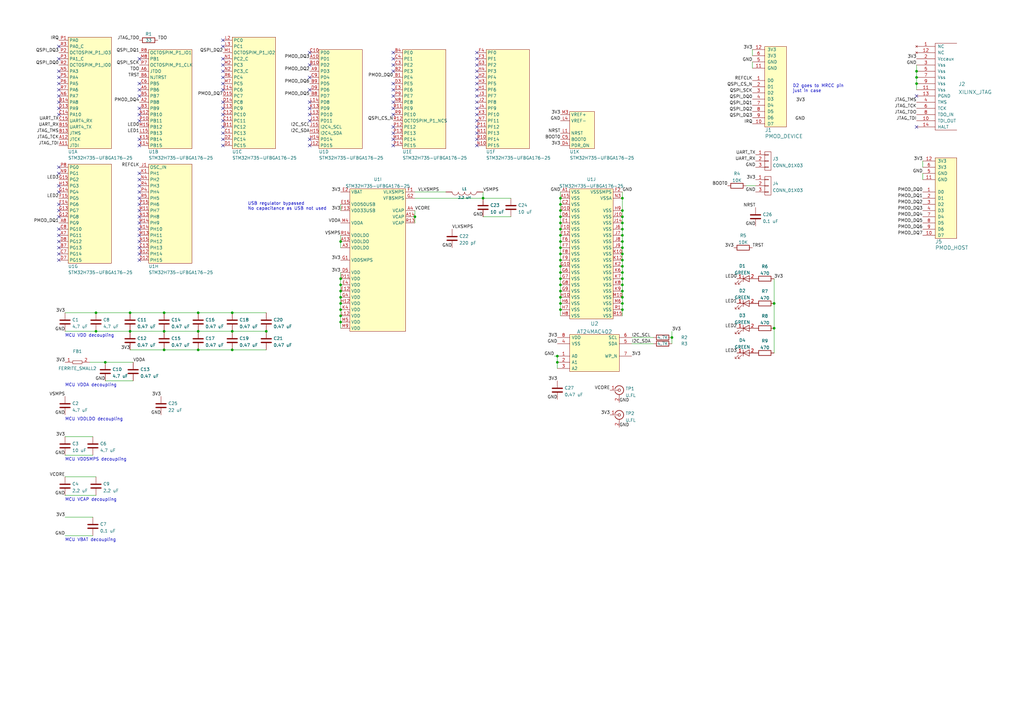
<source format=kicad_sch>
(kicad_sch (version 20211123) (generator eeschema)
  (paper "A3")
  (title_block (title "MCU PMOD") (date "2022-05-31") (rev "0.1") (company "Antikernel Labs") (comment 1 "Andrew D. Zonenberg"))
  (junction (at 139.7 124.46))
  (junction (at 198.12 81.28))
  (junction (at 255.27 86.36))
  (junction (at 255.27 114.3))
  (junction (at 170.18 88.9))
  (junction (at 255.27 111.76))
  (junction (at 229.87 127))
  (junction (at 229.87 119.38))
  (junction (at 67.31 143.51))
  (junction (at 229.87 99.06))
  (junction (at 139.7 121.92))
  (junction (at 139.7 119.38))
  (junction (at 139.7 132.08))
  (junction (at 95.25 128.27))
  (junction (at 228.6 148.59))
  (junction (at 229.87 83.82))
  (junction (at 255.27 109.22))
  (junction (at 95.25 135.89))
  (junction (at 81.28 135.89))
  (junction (at 255.27 99.06))
  (junction (at 255.27 106.68))
  (junction (at 229.87 109.22))
  (junction (at 139.7 127))
  (junction (at 229.87 106.68))
  (junction (at 375.92 34.29))
  (junction (at 255.27 96.52))
  (junction (at 229.87 124.46))
  (junction (at 255.27 101.6))
  (junction (at 53.34 135.89))
  (junction (at 39.37 128.27))
  (junction (at 229.87 88.9))
  (junction (at 229.87 121.92))
  (junction (at 53.34 128.27))
  (junction (at 255.27 91.44))
  (junction (at 109.22 135.89))
  (junction (at 255.27 104.14))
  (junction (at 67.31 135.89))
  (junction (at 255.27 88.9))
  (junction (at 229.87 111.76))
  (junction (at 255.27 121.92))
  (junction (at 229.87 93.98))
  (junction (at 95.25 143.51))
  (junction (at 255.27 119.38))
  (junction (at 81.28 143.51))
  (junction (at 255.27 127))
  (junction (at 255.27 93.98))
  (junction (at 139.7 114.3))
  (junction (at 139.7 129.54))
  (junction (at 317.5 134.62))
  (junction (at 229.87 104.14))
  (junction (at 255.27 81.28))
  (junction (at 67.31 128.27))
  (junction (at 275.59 138.43))
  (junction (at 229.87 101.6))
  (junction (at 375.92 31.75))
  (junction (at 255.27 116.84))
  (junction (at 255.27 124.46))
  (junction (at 229.87 96.52))
  (junction (at 229.87 81.28))
  (junction (at 229.87 86.36))
  (junction (at 139.7 116.84))
  (junction (at 229.87 114.3))
  (junction (at 81.28 128.27))
  (junction (at 228.6 146.05))
  (junction (at 375.92 29.21))
  (junction (at 229.87 91.44))
  (junction (at 43.18 148.59))
  (junction (at 317.5 124.46))
  (junction (at 39.37 135.89))
  (junction (at 229.87 116.84))
  (junction (at 139.7 99.06))
  (no_connect (at 195.58 36.83))
  (no_connect (at 57.15 36.83))
  (no_connect (at 375.92 52.07))
  (no_connect (at 127 41.91))
  (no_connect (at 375.92 39.37))
  (no_connect (at 195.58 59.69))
  (no_connect (at 195.58 57.15))
  (no_connect (at 195.58 54.61))
  (no_connect (at 195.58 26.67))
  (no_connect (at 195.58 24.13))
  (no_connect (at 195.58 52.07))
  (no_connect (at 195.58 49.53))
  (no_connect (at 195.58 46.99))
  (no_connect (at 195.58 44.45))
  (no_connect (at 195.58 41.91))
  (no_connect (at 195.58 39.37))
  (no_connect (at 195.58 29.21))
  (no_connect (at 195.58 34.29))
  (no_connect (at 195.58 31.75))
  (no_connect (at 57.15 86.36))
  (no_connect (at 91.44 31.75))
  (no_connect (at 161.29 41.91))
  (no_connect (at 161.29 44.45))
  (no_connect (at 161.29 46.99))
  (no_connect (at 161.29 52.07))
  (no_connect (at 161.29 59.69))
  (no_connect (at 161.29 54.61))
  (no_connect (at 161.29 57.15))
  (no_connect (at 195.58 21.59))
  (no_connect (at 161.29 29.21))
  (no_connect (at 161.29 39.37))
  (no_connect (at 161.29 34.29))
  (no_connect (at 161.29 36.83))
  (no_connect (at 161.29 21.59))
  (no_connect (at 161.29 24.13))
  (no_connect (at 161.29 26.67))
  (no_connect (at 91.44 54.61))
  (no_connect (at 24.13 86.36))
  (no_connect (at 24.13 88.9))
  (no_connect (at 57.15 59.69))
  (no_connect (at 91.44 59.69))
  (no_connect (at 57.15 24.13))
  (no_connect (at 91.44 57.15))
  (no_connect (at 91.44 46.99))
  (no_connect (at 91.44 49.53))
  (no_connect (at 57.15 57.15))
  (no_connect (at 91.44 44.45))
  (no_connect (at 91.44 41.91))
  (no_connect (at 91.44 36.83))
  (no_connect (at 57.15 46.99))
  (no_connect (at 57.15 49.53))
  (no_connect (at 57.15 34.29))
  (no_connect (at 57.15 39.37))
  (no_connect (at 91.44 34.29))
  (no_connect (at 127 26.67))
  (no_connect (at 91.44 52.07))
  (no_connect (at 24.13 29.21))
  (no_connect (at 24.13 31.75))
  (no_connect (at 24.13 34.29))
  (no_connect (at 24.13 19.05))
  (no_connect (at 24.13 101.6))
  (no_connect (at 24.13 104.14))
  (no_connect (at 24.13 106.68))
  (no_connect (at 57.15 71.12))
  (no_connect (at 57.15 73.66))
  (no_connect (at 57.15 76.2))
  (no_connect (at 57.15 78.74))
  (no_connect (at 57.15 81.28))
  (no_connect (at 57.15 83.82))
  (no_connect (at 57.15 106.68))
  (no_connect (at 57.15 104.14))
  (no_connect (at 57.15 101.6))
  (no_connect (at 57.15 99.06))
  (no_connect (at 57.15 96.52))
  (no_connect (at 57.15 93.98))
  (no_connect (at 57.15 91.44))
  (no_connect (at 57.15 88.9))
  (no_connect (at 24.13 99.06))
  (no_connect (at 24.13 68.58))
  (no_connect (at 24.13 71.12))
  (no_connect (at 24.13 76.2))
  (no_connect (at 24.13 78.74))
  (no_connect (at 24.13 83.82))
  (no_connect (at 91.44 16.51))
  (no_connect (at 91.44 19.05))
  (no_connect (at 127 21.59))
  (no_connect (at 127 31.75))
  (no_connect (at 127 36.83))
  (no_connect (at 127 44.45))
  (no_connect (at 127 46.99))
  (no_connect (at 127 49.53))
  (no_connect (at 127 57.15))
  (no_connect (at 127 59.69))
  (no_connect (at 24.13 24.13))
  (no_connect (at 24.13 39.37))
  (no_connect (at 24.13 46.99))
  (no_connect (at 24.13 44.45))
  (no_connect (at 24.13 41.91))
  (no_connect (at 24.13 36.83))
  (no_connect (at 24.13 96.52))
  (no_connect (at 57.15 44.45))
  (no_connect (at 91.44 29.21))
  (no_connect (at 91.44 26.67))
  (no_connect (at 91.44 24.13))
  (no_connect (at 24.13 93.98))
  (wire (pts (xy 255.27 106.68) (xy 255.27 109.22)))
  (wire (pts (xy 229.87 104.14) (xy 229.87 106.68)))
  (wire (pts (xy 26.67 212.09) (xy 38.1 212.09)))
  (wire (pts (xy 229.87 93.98) (xy 229.87 96.52)))
  (wire (pts (xy 255.27 81.28) (xy 255.27 86.36)))
  (wire (pts (xy 255.27 91.44) (xy 255.27 93.98)))
  (wire (pts (xy 26.67 195.58) (xy 39.37 195.58)))
  (wire (pts (xy 229.87 127) (xy 229.87 129.54)))
  (wire (pts (xy 255.27 114.3) (xy 255.27 116.84)))
  (wire (pts (xy 36.83 148.59) (xy 43.18 148.59)))
  (wire (pts (xy 255.27 86.36) (xy 255.27 88.9)))
  (wire (pts (xy 139.7 119.38) (xy 139.7 121.92)))
  (wire (pts (xy 170.18 81.28) (xy 198.12 81.28)))
  (wire (pts (xy 229.87 109.22) (xy 229.87 111.76)))
  (wire (pts (xy 229.87 124.46) (xy 229.87 127)))
  (wire (pts (xy 53.34 128.27) (xy 67.31 128.27)))
  (wire (pts (xy 139.7 132.08) (xy 139.7 134.62)))
  (wire (pts (xy 229.87 96.52) (xy 229.87 99.06)))
  (wire (pts (xy 275.59 135.89) (xy 275.59 138.43)))
  (wire (pts (xy 228.6 148.59) (xy 228.6 151.13)))
  (wire (pts (xy 375.92 26.67) (xy 375.92 29.21)))
  (wire (pts (xy 67.31 128.27) (xy 81.28 128.27)))
  (wire (pts (xy 67.31 143.51) (xy 81.28 143.51)))
  (wire (pts (xy 26.67 128.27) (xy 39.37 128.27)))
  (wire (pts (xy 255.27 104.14) (xy 255.27 106.68)))
  (wire (pts (xy 139.7 111.76) (xy 139.7 114.3)))
  (wire (pts (xy 198.12 88.9) (xy 209.55 88.9)))
  (wire (pts (xy 229.87 88.9) (xy 229.87 91.44)))
  (wire (pts (xy 229.87 86.36) (xy 229.87 88.9)))
  (wire (pts (xy 26.67 219.71) (xy 38.1 219.71)))
  (wire (pts (xy 198.12 81.28) (xy 209.55 81.28)))
  (wire (pts (xy 229.87 101.6) (xy 229.87 104.14)))
  (wire (pts (xy 26.67 179.07) (xy 38.1 179.07)))
  (wire (pts (xy 39.37 128.27) (xy 53.34 128.27)))
  (wire (pts (xy 43.18 148.59) (xy 54.61 148.59)))
  (wire (pts (xy 43.18 156.21) (xy 54.61 156.21)))
  (wire (pts (xy 81.28 143.51) (xy 95.25 143.51)))
  (wire (pts (xy 255.27 121.92) (xy 255.27 124.46)))
  (wire (pts (xy 375.92 34.29) (xy 375.92 36.83)))
  (wire (pts (xy 275.59 138.43) (xy 275.59 140.97)))
  (wire (pts (xy 308.61 25.4) (xy 308.61 27.94)))
  (wire (pts (xy 255.27 88.9) (xy 255.27 91.44)))
  (wire (pts (xy 378.46 66.04) (xy 378.46 68.58)))
  (wire (pts (xy 229.87 119.38) (xy 229.87 121.92)))
  (wire (pts (xy 26.67 186.69) (xy 38.1 186.69)))
  (wire (pts (xy 139.7 114.3) (xy 139.7 116.84)))
  (wire (pts (xy 375.92 29.21) (xy 375.92 31.75)))
  (wire (pts (xy 26.67 203.2) (xy 39.37 203.2)))
  (wire (pts (xy 26.67 135.89) (xy 39.37 135.89)))
  (wire (pts (xy 229.87 114.3) (xy 229.87 116.84)))
  (wire (pts (xy 53.34 143.51) (xy 67.31 143.51)))
  (wire (pts (xy 139.7 96.52) (xy 139.7 99.06)))
  (wire (pts (xy 255.27 93.98) (xy 255.27 96.52)))
  (wire (pts (xy 229.87 121.92) (xy 229.87 124.46)))
  (wire (pts (xy 255.27 127) (xy 255.27 129.54)))
  (wire (pts (xy 227.33 146.05) (xy 228.6 146.05)))
  (wire (pts (xy 229.87 116.84) (xy 229.87 119.38)))
  (wire (pts (xy 255.27 101.6) (xy 255.27 104.14)))
  (wire (pts (xy 53.34 135.89) (xy 67.31 135.89)))
  (wire (pts (xy 229.87 83.82) (xy 229.87 86.36)))
  (wire (pts (xy 95.25 135.89) (xy 109.22 135.89)))
  (wire (pts (xy 228.6 146.05) (xy 228.6 148.59)))
  (wire (pts (xy 170.18 86.36) (xy 170.18 88.9)))
  (wire (pts (xy 81.28 135.89) (xy 95.25 135.89)))
  (wire (pts (xy 229.87 111.76) (xy 229.87 114.3)))
  (wire (pts (xy 255.27 109.22) (xy 255.27 111.76)))
  (wire (pts (xy 317.5 114.3) (xy 317.5 124.46)))
  (wire (pts (xy 139.7 129.54) (xy 139.7 132.08)))
  (wire (pts (xy 255.27 119.38) (xy 255.27 121.92)))
  (wire (pts (xy 255.27 99.06) (xy 255.27 101.6)))
  (wire (pts (xy 139.7 83.82) (xy 139.7 86.36)))
  (wire (pts (xy 259.08 140.97) (xy 267.97 140.97)))
  (wire (pts (xy 255.27 78.74) (xy 255.27 81.28)))
  (wire (pts (xy 317.5 124.46) (xy 317.5 134.62)))
  (wire (pts (xy 81.28 128.27) (xy 95.25 128.27)))
  (wire (pts (xy 306.07 76.2) (xy 309.88 76.2)))
  (wire (pts (xy 229.87 99.06) (xy 229.87 101.6)))
  (wire (pts (xy 139.7 127) (xy 139.7 129.54)))
  (wire (pts (xy 259.08 138.43) (xy 267.97 138.43)))
  (wire (pts (xy 255.27 116.84) (xy 255.27 119.38)))
  (wire (pts (xy 308.61 20.32) (xy 308.61 22.86)))
  (wire (pts (xy 255.27 96.52) (xy 255.27 99.06)))
  (wire (pts (xy 95.25 143.51) (xy 109.22 143.51)))
  (wire (pts (xy 255.27 111.76) (xy 255.27 114.3)))
  (wire (pts (xy 255.27 124.46) (xy 255.27 127)))
  (wire (pts (xy 139.7 121.92) (xy 139.7 124.46)))
  (wire (pts (xy 95.25 128.27) (xy 109.22 128.27)))
  (wire (pts (xy 229.87 81.28) (xy 229.87 83.82)))
  (wire (pts (xy 139.7 99.06) (xy 139.7 101.6)))
  (wire (pts (xy 198.12 81.28) (xy 198.12 78.74)))
  (wire (pts (xy 375.92 31.75) (xy 375.92 34.29)))
  (wire (pts (xy 317.5 134.62) (xy 317.5 144.78)))
  (wire (pts (xy 170.18 88.9) (xy 170.18 91.44)))
  (wire (pts (xy 39.37 135.89) (xy 53.34 135.89)))
  (wire (pts (xy 67.31 135.89) (xy 81.28 135.89)))
  (wire (pts (xy 229.87 106.68) (xy 229.87 109.22)))
  (wire (pts (xy 229.87 91.44) (xy 229.87 93.98)))
  (wire (pts (xy 139.7 116.84) (xy 139.7 119.38)))
  (wire (pts (xy 170.18 78.74) (xy 182.88 78.74)))
  (wire (pts (xy 378.46 71.12) (xy 378.46 73.66)))
  (wire (pts (xy 229.87 78.74) (xy 229.87 81.28)))
  (wire (pts (xy 139.7 124.46) (xy 139.7 127)))
  (text "MCU VDDA decoupling" (at 26.67 158.75 0) (effects (font (size 1.27 1.27)) (justify left bottom)))
  (text "D2 goes to MRCC pin\njust in case" (at 325.12 38.1 0) (effects (font (size 1.27 1.27)) (justify left bottom)))
  (text "USB regulator bypassed\nNo capacitance as USB not used" (at 101.6 86.36 0) (effects (font (size 1.27 1.27)) (justify left bottom)))
  (text "MCU VDDSMPS decoupling" (at 26.67 189.23 0) (effects (font (size 1.27 1.27)) (justify left bottom)))
  (text "MCU VCAP decoupling" (at 26.67 205.74 0) (effects (font (size 1.27 1.27)) (justify left bottom)))
  (text "MCU VDD decoupling" (at 26.67 138.43 0) (effects (font (size 1.27 1.27)) (justify left bottom)))
  (text "MCU VDDLDO decoupling" (at 26.67 172.72 0) (effects (font (size 1.27 1.27)) (justify left bottom)))
  (text "MCU VBAT decoupling" (at 26.67 222.25 0) (effects (font (size 1.27 1.27)) (justify left bottom)))
  (label "JTAG_TDI" (at 24.13 59.69 180))
  (label "REFCLK" (at 57.15 68.58 180))
  (label "VCORE" (at 250.19 160.02 180))
  (label "PMOD_DQ0" (at 378.46 78.74 180))
  (label "3V3" (at 317.5 114.3 0))
  (label "UART_TX" (at 309.88 63.5 180))
  (label "3V3" (at 139.7 86.36 180))
  (label "LED0" (at 302.26 114.3 180))
  (label "GND" (at 26.67 186.69 180))
  (label "QSPI_DQ0" (at 308.61 40.64 180))
  (label "LED0" (at 57.15 52.07 180))
  (label "GND" (at 229.87 78.74 180))
  (label "QSPI_DQ0" (at 24.13 26.67 180))
  (label "QSPI_DQ3" (at 308.61 48.26 180))
  (label "GND" (at 26.67 170.18 180))
  (label "3V3" (at 275.59 135.89 0))
  (label "TDO" (at 64.77 16.51 0))
  (label "JTAG_TDO" (at 375.92 46.99 180))
  (label "GND" (at 254 175.26 0))
  (label "GND" (at 43.18 156.21 180))
  (label "I2C_SCL" (at 127 52.07 180))
  (label "VSMPS" (at 26.67 162.56 180))
  (label "PMOD_DQ4" (at 57.15 41.91 180))
  (label "NRST" (at 229.87 54.61 180))
  (label "UART_RX" (at 309.88 66.04 180))
  (label "QSPI_SCK" (at 57.15 26.67 180))
  (label "GND" (at 309.88 68.58 180))
  (label "GND" (at 308.61 25.4 180))
  (label "3V3" (at 66.04 162.56 180))
  (label "TRST" (at 308.61 101.6 0))
  (label "QSPI_DQ1" (at 308.61 43.18 180))
  (label "VDDA" (at 54.61 148.59 0))
  (label "GND" (at 185.42 101.6 180))
  (label "VDDA" (at 139.7 91.44 180))
  (label "IRQ" (at 24.13 16.51 180))
  (label "GND" (at 227.33 146.05 180))
  (label "QSPI_DQ2" (at 91.44 21.59 180))
  (label "GND" (at 228.6 163.83 180))
  (label "3V3" (at 309.88 73.66 180))
  (label "GND" (at 66.04 170.18 180))
  (label "3V3" (at 26.67 179.07 180))
  (label "GND" (at 228.6 140.97 180))
  (label "3V3" (at 259.08 146.05 0))
  (label "3V3" (at 250.19 170.18 180))
  (label "UART_RX" (at 24.13 52.07 180))
  (label "LED2" (at 302.26 134.62 180))
  (label "LED2" (at 24.13 81.28 180))
  (label "3V3" (at 229.87 59.69 180))
  (label "QSPI_SCK" (at 308.61 38.1 180))
  (label "GND" (at 330.2 49.53 180))
  (label "PMOD_DQ6" (at 127 34.29 180))
  (label "QSPI_CS_N" (at 308.61 35.56 180))
  (label "VCORE" (at 170.18 86.36 0))
  (label "GND" (at 26.67 135.89 180))
  (label "JTAG_TCK" (at 24.13 57.15 180))
  (label "3V3" (at 228.6 156.21 180))
  (label "IRQ" (at 308.61 50.8 180))
  (label "VLXSMPS" (at 171.45 78.74 0))
  (label "VSMPS" (at 139.7 96.52 180))
  (label "QSPI_DQ1" (at 57.15 21.59 180))
  (label "3V3" (at 53.34 143.51 180))
  (label "JTAG_TMS" (at 375.92 41.91 180))
  (label "JTAG_TDI" (at 375.92 49.53 180))
  (label "3V3" (at 139.7 111.76 180))
  (label "GND" (at 309.88 78.74 180))
  (label "GND" (at 309.88 92.71 180))
  (label "LED1" (at 302.26 124.46 180))
  (label "3V3" (at 26.67 212.09 180))
  (label "BOOT0" (at 298.45 76.2 180))
  (label "VCORE" (at 26.67 195.58 180))
  (label "JTAG_TCK" (at 375.92 44.45 180))
  (label "QSPI_CS_N" (at 161.29 49.53 180))
  (label "GND" (at 26.67 219.71 180))
  (label "PMOD_DQ7" (at 91.44 39.37 180))
  (label "I2C_SDA" (at 127 54.61 180))
  (label "PMOD_DQ2" (at 127 29.21 180))
  (label "PMOD_DQ6" (at 378.46 93.98 180))
  (label "UART_TX" (at 24.13 49.53 180))
  (label "3V3" (at 330.2 41.91 180))
  (label "PMOD_DQ0" (at 161.29 31.75 180))
  (label "BOOT0" (at 229.87 57.15 180))
  (label "PMOD_DQ2" (at 378.46 83.82 180))
  (label "3V3" (at 139.7 78.74 180))
  (label "LED1" (at 57.15 54.61 180))
  (label "GND" (at 378.46 71.12 180))
  (label "PMOD_DQ1" (at 24.13 91.44 180))
  (label "GND" (at 229.87 49.53 180))
  (label "JTAG_TMS" (at 24.13 54.61 180))
  (label "3V3" (at 375.92 24.13 180))
  (label "PMOD_DQ5" (at 127 39.37 180))
  (label "GND" (at 26.67 203.2 180))
  (label "PMOD_DQ5" (at 378.46 91.44 180))
  (label "TDO" (at 57.15 29.21 180))
  (label "VLXSMPS" (at 185.42 93.98 0))
  (label "REFCLK" (at 308.61 33.02 180))
  (label "GND" (at 254 165.1 0))
  (label "3V3" (at 139.7 106.68 180))
  (label "3V3" (at 378.46 66.04 180))
  (label "3V3" (at 300.99 101.6 180))
  (label "VSMPS" (at 198.12 78.74 0))
  (label "GND" (at 375.92 26.67 180))
  (label "TRST" (at 57.15 31.75 180))
  (label "3V3" (at 229.87 46.99 180))
  (label "3V3" (at 26.67 148.59 180))
  (label "PMOD_DQ4" (at 378.46 88.9 180))
  (label "3V3" (at 26.67 128.27 180))
  (label "I2C_SDA" (at 259.08 140.97 0))
  (label "PMOD_DQ3" (at 127 24.13 180))
  (label "PMOD_DQ7" (at 378.46 96.52 180))
  (label "LED3" (at 302.26 144.78 180))
  (label "QSPI_DQ3" (at 24.13 21.59 180))
  (label "3V3" (at 228.6 138.43 180))
  (label "3V3" (at 308.61 20.32 180))
  (label "PMOD_DQ3" (at 378.46 86.36 180))
  (label "I2C_SCL" (at 259.08 138.43 0))
  (label "JTAG_TDO" (at 57.15 16.51 180))
  (label "QSPI_DQ2" (at 308.61 45.72 180))
  (label "GND" (at 198.12 88.9 180))
  (label "NRST" (at 309.88 85.09 180))
  (label "LED3" (at 24.13 73.66 180))
  (label "PMOD_DQ1" (at 378.46 81.28 180))
  (label "GND" (at 255.27 78.74 0))
  (symbol (lib_id "st-azonenberg:STM32H735-UFBGA176-25") (at 60.96 107.95 0) (unit 8)
    (property "Reference" "U1" (at 60.96 109.22 0) (effects (justify left)))
    (property "Value" "STM32H735-UFBGA176-25" (at 60.96 111.76 0) (effects (justify left)))
    (property "Footprint" "azonenberg_pcb:BGA_201_10x10_DEPOP_0.65MM_OSHPARK" (effects hide))
    (pin "J1" (alternate "OSC_IN"))
  )
  (symbol (lib_id "conn:CONN_COAXIAL") (at 254 170.18 0) (unit 1)
    (property "Reference" "TP2" (at 256.5401 169.5647 0) (effects (justify left)))
    (property "Value" "U.FL" (at 256.5401 172.3398 0) (effects (justify left)))
    (property "Footprint" "azonenberg_pcb:CONN_U.FL_TE_1909763-1" (effects hide))
  )
  (symbol (lib_id "st-azonenberg:STM32H735-UFBGA176-25") (at 27.94 60.96 0) (unit 1)
    (property "Reference" "U1" (at 27.94 62.23 0) (effects (justify left)))
    (property "Value" "STM32H735-UFBGA176-25" (at 27.94 64.77 0) (effects (justify left)))
    (property "Footprint" "azonenberg_pcb:BGA_201_10x10_DEPOP_0.65MM_OSHPARK" (effects hide))
    (pin "A11" (alternate "JTDI"))
    (pin "A12" (alternate "JTCK"))
    (pin "B13" (alternate "JTMS"))
    (pin "B15" (alternate "UART4_TX"))
    (pin "C15" (alternate "UART4_RX"))
    (pin "P2" (alternate "OCTOSPIM_P1_IO3"))
    (pin "R2" (alternate "OCTOSPIM_P1_IO0"))
  )
  (symbol (lib_id "device:LED") (at 306.07 114.3 0) (unit 1)
    (property "Reference" "D1" (at 304.4698 109.0889 0))
    (property "Value" "GREEN" (at 304.4698 111.864 0))
    (property "Footprint" "azonenberg_pcb:EIA_0805_LED" (effects hide))
  )
  (symbol (lib_id "device:C") (at 185.42 97.79 0) (unit 1)
    (property "Reference" "C22" (at 188.341 96.8815 0) (effects (justify left)))
    (property "Value" "220 pF" (at 188.341 99.6566 0) (effects (justify left)))
    (property "Footprint" "azonenberg_pcb:EIA_0402_CAP_NOSILK" (effects hide))
  )
  (symbol (lib_id "st-azonenberg:STM32H735-UFBGA176-25") (at 27.94 107.95 0) (unit 7)
    (property "Reference" "U1" (at 27.94 109.22 0) (effects (justify left)))
    (property "Value" "STM32H735-UFBGA176-25" (at 27.94 111.76 0) (effects (justify left)))
    (property "Footprint" "azonenberg_pcb:BGA_201_10x10_DEPOP_0.65MM_OSHPARK" (effects hide))
  )
  (symbol (lib_id "device:LED") (at 306.07 144.78 0) (unit 1)
    (property "Reference" "D4" (at 304.4698 139.5689 0))
    (property "Value" "GREEN" (at 304.4698 142.344 0))
    (property "Footprint" "azonenberg_pcb:EIA_0805_LED" (effects hide))
  )
  (symbol (lib_id "device:R") (at 271.78 138.43 90) (unit 1)
    (property "Reference" "R2" (at 280.67 138.43 90))
    (property "Value" "4.7K" (at 271.78 138.43 90))
    (property "Footprint" "azonenberg_pcb:EIA_0402_RES_NOSILK" (effects hide))
  )
  (symbol (lib_id "device:C") (at 26.67 132.08 0) (unit 1)
    (property "Reference" "C1" (at 29.591 131.1715 0) (effects (justify left)))
    (property "Value" "4.7 uF" (at 29.591 133.9466 0) (effects (justify left)))
    (property "Footprint" "azonenberg_pcb:EIA_0603_CAP_NOSILK" (effects hide))
  )
  (symbol (lib_id "device:C") (at 53.34 132.08 0) (unit 1)
    (property "Reference" "C11" (at 56.261 131.1715 0) (effects (justify left)))
    (property "Value" "0.47 uF" (at 56.261 133.9466 0) (effects (justify left)))
    (property "Footprint" "azonenberg_pcb:EIA_0402_CAP_NOSILK" (effects hide))
  )
  (symbol (lib_id "device:C") (at 67.31 139.7 0) (unit 1)
    (property "Reference" "C15" (at 70.231 138.7915 0) (effects (justify left)))
    (property "Value" "0.47 uF" (at 70.231 141.5666 0) (effects (justify left)))
    (property "Footprint" "azonenberg_pcb:EIA_0402_CAP_NOSILK" (effects hide))
  )
  (symbol (lib_id "passive-azonenberg:FERRITE_SMALL2") (at 31.75 148.59 0) (unit 1)
    (property "Reference" "FB1" (at 31.75 144.1155 0))
    (property "Value" "FERRITE_SMALL2" (at 31.75 151.13 0))
    (property "Footprint" "azonenberg_pcb:EIA_0603_INDUCTOR_NOSILK" (effects hide))
  )
  (symbol (lib_id "device:C") (at 198.12 85.09 0) (unit 1)
    (property "Reference" "C23" (at 201.041 84.1815 0) (effects (justify left)))
    (property "Value" "10 uF" (at 201.041 86.9566 0) (effects (justify left)))
    (property "Footprint" "azonenberg_pcb:EIA_0805_CAP_NOSILK" (effects hide))
  )
  (symbol (lib_id "device:R") (at 60.96 16.51 90) (unit 1)
    (property "Reference" "R1" (at 60.96 13.97 90))
    (property "Value" "33" (at 60.96 16.51 90))
    (property "Footprint" "azonenberg_pcb:EIA_0402_RES_NOSILK" (effects hide))
  )
  (symbol (lib_id "device:C") (at 109.22 139.7 0) (unit 1)
    (property "Reference" "C21" (at 112.141 138.7915 0) (effects (justify left)))
    (property "Value" "0.47 uF" (at 112.141 141.5666 0) (effects (justify left)))
    (property "Footprint" "azonenberg_pcb:EIA_0402_CAP_NOSILK" (effects hide))
  )
  (symbol (lib_id "device:C") (at 309.88 88.9 0) (unit 1)
    (property "Reference" "C26" (at 312.801 87.9915 0) (effects (justify left)))
    (property "Value" "0.1 uF" (at 312.801 90.7666 0) (effects (justify left)))
    (property "Footprint" "azonenberg_pcb:EIA_0402_CAP_NOSILK" (effects hide))
  )
  (symbol (lib_id "conn:CONN_01X03") (at 314.96 66.04 0) (unit 1)
    (property "Reference" "J3" (at 316.865 65.1315 0) (effects (justify left)))
    (property "Value" "CONN_01X03" (at 316.865 67.9066 0) (effects (justify left)))
    (property "Footprint" "azonenberg_pcb:CONN_HEADER_2.54MM_1x3" (effects hide))
  )
  (symbol (lib_id "st-azonenberg:STM32H735-UFBGA176-25") (at 199.39 60.96 0) (unit 6)
    (property "Reference" "U1" (at 199.39 62.23 0) (effects (justify left)))
    (property "Value" "STM32H735-UFBGA176-25" (at 199.39 64.77 0) (effects (justify left)))
    (property "Footprint" "azonenberg_pcb:BGA_201_10x10_DEPOP_0.65MM_OSHPARK" (effects hide))
  )
  (symbol (lib_id "conn:CONN_COAXIAL") (at 254 160.02 0) (unit 1)
    (property "Reference" "TP1" (at 256.5401 159.4047 0) (effects (justify left)))
    (property "Value" "U.FL" (at 256.5401 162.1798 0) (effects (justify left)))
    (property "Footprint" "azonenberg_pcb:CONN_U.FL_TE_1909763-1" (effects hide))
  )
  (symbol (lib_id "st-azonenberg:STM32H735-UFBGA176-25") (at 60.96 60.96 0) (unit 2)
    (property "Reference" "U1" (at 60.96 62.23 0) (effects (justify left)))
    (property "Value" "STM32H735-UFBGA176-25" (at 60.96 64.77 0) (effects (justify left)))
    (property "Footprint" "azonenberg_pcb:BGA_201_10x10_DEPOP_0.65MM_OSHPARK" (effects hide))
    (pin "A6" (alternate "JTDO"))
    (pin "B6" (alternate "NJTRST"))
    (pin "P7" (alternate "OCTOSPIM_P1_CLK"))
    (pin "R8" (alternate "OCTOSPIM_P1_IO1"))
  )
  (symbol (lib_id "device:R") (at 304.8 101.6 90) (unit 1)
    (property "Reference" "R5" (at 304.8 96.6175 90))
    (property "Value" "10K" (at 304.8 99.3926 90))
    (property "Footprint" "azonenberg_pcb:EIA_0402_RES_NOSILK" (effects hide))
  )
  (symbol (lib_id "device:R") (at 271.78 140.97 90) (unit 1)
    (property "Reference" "R3" (at 280.67 140.97 90))
    (property "Value" "4.7K" (at 271.78 140.97 90))
    (property "Footprint" "azonenberg_pcb:EIA_0402_RES_NOSILK" (effects hide))
  )
  (symbol (lib_id "device:C") (at 81.28 132.08 0) (unit 1)
    (property "Reference" "C16" (at 84.201 131.1715 0) (effects (justify left)))
    (property "Value" "0.47 uF" (at 84.201 133.9466 0) (effects (justify left)))
    (property "Footprint" "azonenberg_pcb:EIA_0402_CAP_NOSILK" (effects hide))
  )
  (symbol (lib_id "device:C") (at 53.34 139.7 0) (unit 1)
    (property "Reference" "C12" (at 56.261 138.7915 0) (effects (justify left)))
    (property "Value" "0.47 uF" (at 56.261 141.5666 0) (effects (justify left)))
    (property "Footprint" "azonenberg_pcb:EIA_0402_CAP_NOSILK" (effects hide))
  )
  (symbol (lib_id "device:C") (at 38.1 215.9 0) (unit 1)
    (property "Reference" "C7" (at 41.021 214.9915 0) (effects (justify left)))
    (property "Value" "0.1 uF" (at 41.021 217.7666 0) (effects (justify left)))
    (property "Footprint" "azonenberg_pcb:EIA_0402_CAP_NOSILK" (effects hide))
  )
  (symbol (lib_id "device:LED") (at 306.07 134.62 0) (unit 1)
    (property "Reference" "D3" (at 304.4698 129.4089 0))
    (property "Value" "GREEN" (at 304.4698 132.184 0))
    (property "Footprint" "azonenberg_pcb:EIA_0805_LED" (effects hide))
  )
  (symbol (lib_id "device:C") (at 209.55 85.09 0) (unit 1)
    (property "Reference" "C24" (at 212.471 84.1815 0) (effects (justify left)))
    (property "Value" "10 uF" (at 212.471 86.9566 0) (effects (justify left)))
    (property "Footprint" "azonenberg_pcb:EIA_0805_CAP_NOSILK" (effects hide))
  )
  (symbol (lib_id "device:C") (at 95.25 132.08 0) (unit 1)
    (property "Reference" "C18" (at 98.171 131.1715 0) (effects (justify left)))
    (property "Value" "0.47 uF" (at 98.171 133.9466 0) (effects (justify left)))
    (property "Footprint" "azonenberg_pcb:EIA_0402_CAP_NOSILK" (effects hide))
  )
  (symbol (lib_id "device:C") (at 26.67 182.88 0) (unit 1)
    (property "Reference" "C3" (at 29.591 181.9715 0) (effects (justify left)))
    (property "Value" "10 uF" (at 29.591 184.7466 0) (effects (justify left)))
    (property "Footprint" "azonenberg_pcb:EIA_0805_CAP_NOSILK" (effects hide))
  )
  (symbol (lib_id "st-azonenberg:STM32H735-UFBGA176-25") (at 233.68 60.96 0) (unit 11)
    (property "Reference" "U1" (at 233.68 62.23 0) (effects (justify left)))
    (property "Value" "STM32H735-UFBGA176-25" (at 233.68 64.77 0) (effects (justify left)))
    (property "Footprint" "azonenberg_pcb:BGA_201_10x10_DEPOP_0.65MM_OSHPARK" (effects hide))
  )
  (symbol (lib_id "st-azonenberg:STM32H735-UFBGA176-25") (at 233.68 130.81 0) (unit 10)
    (property "Reference" "U1" (at 242.57 73.5543 0))
    (property "Value" "STM32H735-UFBGA176-25" (at 242.57 76.3294 0))
    (property "Footprint" "azonenberg_pcb:BGA_201_10x10_DEPOP_0.65MM_OSHPARK" (effects hide))
  )
  (symbol (lib_id "memory-azonenberg:24Cxx-DFN8") (at 233.68 152.4 0) (unit 1)
    (property "Reference" "U2" (at 243.84 132.7561 0) (effects (font (size 1.524 1.524))))
    (property "Value" "AT24MAC402" (at 243.84 136.0351 0) (effects (font (size 1.524 1.524))))
    (property "Footprint" "azonenberg_pcb:DFN_8_0.5MM_2x3MM_TALL" (effects hide))
  )
  (symbol (lib_id "st-azonenberg:STM32H735-UFBGA176-25") (at 165.1 60.96 0) (unit 5)
    (property "Reference" "U1" (at 165.1 62.23 0) (effects (justify left)))
    (property "Value" "STM32H735-UFBGA176-25" (at 165.1 64.77 0) (effects (justify left)))
    (property "Footprint" "azonenberg_pcb:BGA_201_10x10_DEPOP_0.65MM_OSHPARK" (effects hide))
    (pin "R12" (alternate "OCTOSPIM_P1_NCS"))
  )
  (symbol (lib_id "passive-azonenberg:INDUCTOR_PWROUT") (at 190.5 78.74 270) (unit 1)
    (property "Reference" "L1" (at 190.5 77.47 90) (effects (font (size 1.016 1.016))))
    (property "Value" "2.2 uH" (at 190.5 81.0144 90) (effects (font (size 1.016 1.016))))
    (property "Footprint" "azonenberg_pcb:EIA_1210_CAP_NOSILK" (effects hide))
  )
  (symbol (lib_id "device:C") (at 95.25 139.7 0) (unit 1)
    (property "Reference" "C19" (at 98.171 138.7915 0) (effects (justify left)))
    (property "Value" "0.47 uF" (at 98.171 141.5666 0) (effects (justify left)))
    (property "Footprint" "azonenberg_pcb:EIA_0402_CAP_NOSILK" (effects hide))
  )
  (symbol (lib_id "device:C") (at 54.61 152.4 0) (unit 1)
    (property "Reference" "C13" (at 57.531 151.4915 0) (effects (justify left)))
    (property "Value" "0.47 uF" (at 57.531 154.2666 0) (effects (justify left)))
    (property "Footprint" "azonenberg_pcb:EIA_0402_CAP_NOSILK" (effects hide))
  )
  (symbol (lib_id "device:C") (at 26.67 166.37 0) (unit 1)
    (property "Reference" "C2" (at 29.591 165.4615 0) (effects (justify left)))
    (property "Value" "4.7 uF" (at 29.591 168.2366 0) (effects (justify left)))
    (property "Footprint" "azonenberg_pcb:EIA_0603_CAP_NOSILK" (effects hide))
  )
  (symbol (lib_id "device:C") (at 38.1 182.88 0) (unit 1)
    (property "Reference" "C6" (at 41.021 181.9715 0) (effects (justify left)))
    (property "Value" "4.7 uF" (at 41.021 184.7466 0) (effects (justify left)))
    (property "Footprint" "azonenberg_pcb:EIA_0603_CAP_NOSILK" (effects hide))
  )
  (symbol (lib_id "device:C") (at 43.18 152.4 0) (unit 1)
    (property "Reference" "C10" (at 46.101 151.4915 0) (effects (justify left)))
    (property "Value" "4.7 uF" (at 46.101 154.2666 0) (effects (justify left)))
    (property "Footprint" "azonenberg_pcb:EIA_0603_CAP_NOSILK" (effects hide))
  )
  (symbol (lib_id "st-azonenberg:STM32H735-UFBGA176-25") (at 143.51 135.89 0) (unit 9)
    (property "Reference" "U1" (at 154.94 73.5543 0))
    (property "Value" "STM32H735-UFBGA176-25" (at 154.94 76.3294 0))
    (property "Footprint" "azonenberg_pcb:BGA_201_10x10_DEPOP_0.65MM_OSHPARK" (effects hide))
  )
  (symbol (lib_id "device:C") (at 228.6 160.02 0) (unit 1)
    (property "Reference" "C27" (at 231.521 159.1115 0) (effects (justify left)))
    (property "Value" "0.47 uF" (at 231.521 161.8866 0) (effects (justify left)))
    (property "Footprint" "azonenberg_pcb:EIA_0402_CAP_NOSILK" (effects hide))
  )
  (symbol (lib_id "device:C") (at 39.37 132.08 0) (unit 1)
    (property "Reference" "C8" (at 42.291 131.1715 0) (effects (justify left)))
    (property "Value" "4.7 uF" (at 42.291 133.9466 0) (effects (justify left)))
    (property "Footprint" "azonenberg_pcb:EIA_0603_CAP_NOSILK" (effects hide))
  )
  (symbol (lib_id "device:C") (at 39.37 199.39 0) (unit 1)
    (property "Reference" "C9" (at 42.291 198.4815 0) (effects (justify left)))
    (property "Value" "2.2 uF" (at 42.291 201.2566 0) (effects (justify left)))
    (property "Footprint" "azonenberg_pcb:EIA_0603_CAP_NOSILK" (effects hide))
  )
  (symbol (lib_id "device:R") (at 313.69 114.3 90) (unit 1)
    (property "Reference" "R6" (at 313.69 109.3175 90))
    (property "Value" "470" (at 313.69 112.0926 90))
    (property "Footprint" "azonenberg_pcb:EIA_0402_RES_NOSILK" (effects hide))
  )
  (symbol (lib_id "device:C") (at 81.28 139.7 0) (unit 1)
    (property "Reference" "C17" (at 84.201 138.7915 0) (effects (justify left)))
    (property "Value" "0.47 uF" (at 84.201 141.5666 0) (effects (justify left)))
    (property "Footprint" "azonenberg_pcb:EIA_0402_CAP_NOSILK" (effects hide))
  )
  (symbol (lib_id "xilinx-azonenberg:XILINX_JTAG") (at 375.92 52.07 0) (unit 1)
    (property "Reference" "J2" (at 393.065 34.4953 0) (effects (font (size 1.524 1.524)) (justify left)))
    (property "Value" "XILINX_JTAG" (at 393.065 37.7743 0) (effects (font (size 1.524 1.524)) (justify left)))
    (property "Footprint" "azonenberg_pcb:XILINX_JTAG_PTH_MOLEX_0878311420" (effects hide))
  )
  (symbol (lib_id "device:C") (at 109.22 132.08 0) (unit 1)
    (property "Reference" "C20" (at 112.141 131.1715 0) (effects (justify left)))
    (property "Value" "0.47 uF" (at 112.141 133.9466 0) (effects (justify left)))
    (property "Footprint" "azonenberg_pcb:EIA_0402_CAP_NOSILK" (effects hide))
  )
  (symbol (lib_id "device:R") (at 302.26 76.2 90) (unit 1)
    (property "Reference" "R4" (at 302.26 71.2175 90))
    (property "Value" "10K" (at 302.26 73.9926 90))
    (property "Footprint" "azonenberg_pcb:EIA_0402_RES_NOSILK" (effects hide))
  )
  (symbol (lib_id "device:C") (at 26.67 199.39 0) (unit 1)
    (property "Reference" "C4" (at 29.591 198.4815 0) (effects (justify left)))
    (property "Value" "2.2 uF" (at 29.591 201.2566 0) (effects (justify left)))
    (property "Footprint" "azonenberg_pcb:EIA_0603_CAP_NOSILK" (effects hide))
  )
  (symbol (lib_id "device:C") (at 66.04 166.37 0) (unit 1)
    (property "Reference" "C25" (at 68.961 165.4615 0) (effects (justify left)))
    (property "Value" "22 uF" (at 68.961 168.2366 0) (effects (justify left)))
    (property "Footprint" "azonenberg_pcb:EIA_1206_CAP_NOSILK" (effects hide))
  )
  (symbol (lib_id "special-azonenberg:PMOD_DEVICE") (at 313.69 52.07 0) (unit 1)
    (property "Reference" "J1" (at 313.69 53.34 0) (effects (font (size 1.524 1.524)) (justify left)))
    (property "Value" "PMOD_DEVICE" (at 313.69 55.88 0) (effects (font (size 1.524 1.524)) (justify left)))
    (property "Footprint" "azonenberg_pcb:CONN_HEADER_2.54MM_2x6_RA_PMOD_MODULE" (effects hide))
  )
  (symbol (lib_id "device:C") (at 67.31 132.08 0) (unit 1)
    (property "Reference" "C14" (at 70.231 131.1715 0) (effects (justify left)))
    (property "Value" "0.47 uF" (at 70.231 133.9466 0) (effects (justify left)))
    (property "Footprint" "azonenberg_pcb:EIA_0402_CAP_NOSILK" (effects hide))
  )
  (symbol (lib_id "device:LED") (at 306.07 124.46 0) (unit 1)
    (property "Reference" "D2" (at 304.4698 119.2489 0))
    (property "Value" "GREEN" (at 304.4698 122.024 0))
    (property "Footprint" "azonenberg_pcb:EIA_0805_LED" (effects hide))
  )
  (symbol (lib_id "device:R") (at 313.69 124.46 90) (unit 1)
    (property "Reference" "R7" (at 313.69 119.4775 90))
    (property "Value" "470" (at 313.69 122.2526 90))
    (property "Footprint" "azonenberg_pcb:EIA_0402_RES_NOSILK" (effects hide))
  )
  (symbol (lib_id "special-azonenberg:PMOD_HOST") (at 383.54 97.79 0) (unit 1)
    (property "Reference" "J5" (at 383.54 99.06 0) (effects (font (size 1.524 1.524)) (justify left)))
    (property "Value" "PMOD_HOST" (at 383.54 101.6 0) (effects (font (size 1.524 1.524)) (justify left)))
    (property "Footprint" "azonenberg_pcb:CONN_HEADER_2.54MM_2x6_RA_PMOD_HOST" (effects hide))
  )
  (symbol (lib_id "conn:CONN_01X03") (at 314.96 76.2 0) (unit 1)
    (property "Reference" "J4" (at 316.865 75.2915 0) (effects (justify left)))
    (property "Value" "CONN_01X03" (at 316.865 78.0666 0) (effects (justify left)))
    (property "Footprint" "azonenberg_pcb:CONN_HEADER_2.54MM_1x3" (effects hide))
  )
  (symbol (lib_id "device:R") (at 313.69 144.78 90) (unit 1)
    (property "Reference" "R9" (at 313.69 139.7975 90))
    (property "Value" "470" (at 313.69 142.5726 90))
    (property "Footprint" "azonenberg_pcb:EIA_0402_RES_NOSILK" (effects hide))
  )
  (symbol (lib_id "st-azonenberg:STM32H735-UFBGA176-25") (at 95.25 60.96 0) (unit 3)
    (property "Reference" "U1" (at 95.25 62.23 0) (effects (justify left)))
    (property "Value" "STM32H735-UFBGA176-25" (at 95.25 64.77 0) (effects (justify left)))
    (property "Footprint" "azonenberg_pcb:BGA_201_10x10_DEPOP_0.65MM_OSHPARK" (effects hide))
    (pin "M1" (alternate "OCTOSPIM_P1_IO2"))
  )
  (symbol (lib_id "st-azonenberg:STM32H735-UFBGA176-25") (at 130.81 60.96 0) (unit 4)
    (property "Reference" "U1" (at 130.81 62.23 0) (effects (justify left)))
    (property "Value" "STM32H735-UFBGA176-25" (at 130.81 64.77 0) (effects (justify left)))
    (property "Footprint" "azonenberg_pcb:BGA_201_10x10_DEPOP_0.65MM_OSHPARK" (effects hide))
    (pin "H15" (alternate "I2C4_SDA"))
    (pin "J15" (alternate "I2C4_SCL"))
  )
  (symbol (lib_id "device:R") (at 313.69 134.62 90) (unit 1)
    (property "Reference" "R8" (at 313.69 129.6375 90))
    (property "Value" "470" (at 313.69 132.4126 90))
    (property "Footprint" "azonenberg_pcb:EIA_0402_RES_NOSILK" (effects hide))
  )
)
</source>
